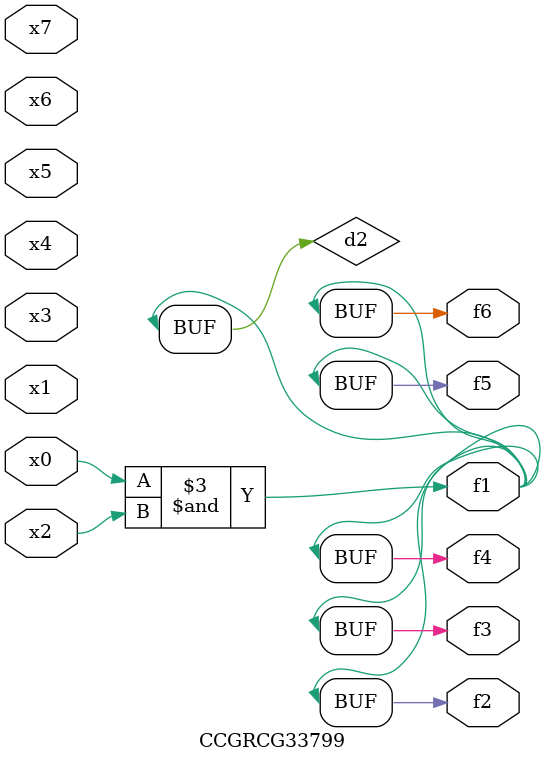
<source format=v>
module CCGRCG33799(
	input x0, x1, x2, x3, x4, x5, x6, x7,
	output f1, f2, f3, f4, f5, f6
);

	wire d1, d2;

	nor (d1, x3, x6);
	and (d2, x0, x2);
	assign f1 = d2;
	assign f2 = d2;
	assign f3 = d2;
	assign f4 = d2;
	assign f5 = d2;
	assign f6 = d2;
endmodule

</source>
